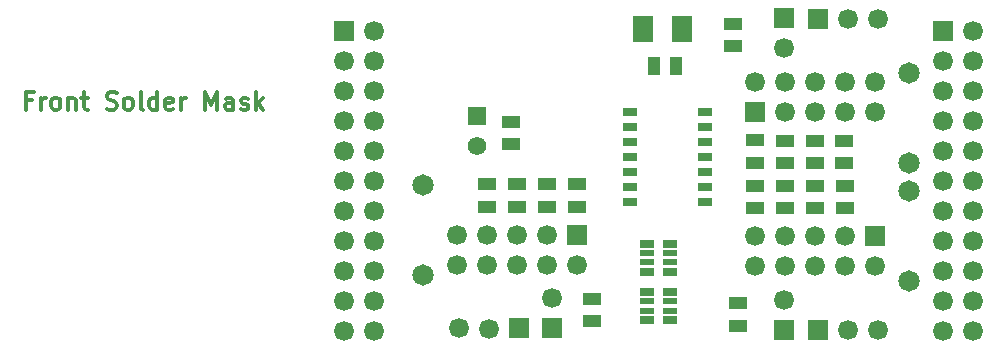
<source format=gts>
G04 (created by PCBNEW (2013-07-07 BZR 4022)-stable) date 06/11/2013 18:13:25*
%MOIN*%
G04 Gerber Fmt 3.4, Leading zero omitted, Abs format*
%FSLAX34Y34*%
G01*
G70*
G90*
G04 APERTURE LIST*
%ADD10C,0.00590551*%
%ADD11C,0.011811*%
%ADD12R,0.0412992X0.0612992*%
%ADD13R,0.0662992X0.0862992*%
%ADD14R,0.0662992X0.0662992*%
%ADD15C,0.0662992*%
%ADD16R,0.0512992X0.0262992*%
%ADD17R,0.0612992X0.0412992*%
%ADD18R,0.0612992X0.0612992*%
%ADD19C,0.0612992*%
%ADD20C,0.0712992*%
%ADD21R,0.0515748X0.0311024*%
%ADD22R,0.0515748X0.023622*%
G04 APERTURE END LIST*
G54D10*
G54D11*
X28464Y-36189D02*
X28267Y-36189D01*
X28267Y-36498D02*
X28267Y-35908D01*
X28548Y-35908D01*
X28773Y-36498D02*
X28773Y-36105D01*
X28773Y-36217D02*
X28802Y-36161D01*
X28830Y-36133D01*
X28886Y-36105D01*
X28942Y-36105D01*
X29223Y-36498D02*
X29167Y-36470D01*
X29139Y-36442D01*
X29111Y-36386D01*
X29111Y-36217D01*
X29139Y-36161D01*
X29167Y-36133D01*
X29223Y-36105D01*
X29308Y-36105D01*
X29364Y-36133D01*
X29392Y-36161D01*
X29420Y-36217D01*
X29420Y-36386D01*
X29392Y-36442D01*
X29364Y-36470D01*
X29308Y-36498D01*
X29223Y-36498D01*
X29673Y-36105D02*
X29673Y-36498D01*
X29673Y-36161D02*
X29701Y-36133D01*
X29758Y-36105D01*
X29842Y-36105D01*
X29898Y-36133D01*
X29926Y-36189D01*
X29926Y-36498D01*
X30123Y-36105D02*
X30348Y-36105D01*
X30208Y-35908D02*
X30208Y-36414D01*
X30236Y-36470D01*
X30292Y-36498D01*
X30348Y-36498D01*
X30967Y-36470D02*
X31051Y-36498D01*
X31192Y-36498D01*
X31248Y-36470D01*
X31276Y-36442D01*
X31304Y-36386D01*
X31304Y-36330D01*
X31276Y-36273D01*
X31248Y-36245D01*
X31192Y-36217D01*
X31079Y-36189D01*
X31023Y-36161D01*
X30995Y-36133D01*
X30967Y-36077D01*
X30967Y-36020D01*
X30995Y-35964D01*
X31023Y-35936D01*
X31079Y-35908D01*
X31220Y-35908D01*
X31304Y-35936D01*
X31642Y-36498D02*
X31586Y-36470D01*
X31557Y-36442D01*
X31529Y-36386D01*
X31529Y-36217D01*
X31557Y-36161D01*
X31586Y-36133D01*
X31642Y-36105D01*
X31726Y-36105D01*
X31782Y-36133D01*
X31811Y-36161D01*
X31839Y-36217D01*
X31839Y-36386D01*
X31811Y-36442D01*
X31782Y-36470D01*
X31726Y-36498D01*
X31642Y-36498D01*
X32176Y-36498D02*
X32120Y-36470D01*
X32092Y-36414D01*
X32092Y-35908D01*
X32654Y-36498D02*
X32654Y-35908D01*
X32654Y-36470D02*
X32598Y-36498D01*
X32485Y-36498D01*
X32429Y-36470D01*
X32401Y-36442D01*
X32373Y-36386D01*
X32373Y-36217D01*
X32401Y-36161D01*
X32429Y-36133D01*
X32485Y-36105D01*
X32598Y-36105D01*
X32654Y-36133D01*
X33160Y-36470D02*
X33104Y-36498D01*
X32992Y-36498D01*
X32935Y-36470D01*
X32907Y-36414D01*
X32907Y-36189D01*
X32935Y-36133D01*
X32992Y-36105D01*
X33104Y-36105D01*
X33160Y-36133D01*
X33188Y-36189D01*
X33188Y-36245D01*
X32907Y-36302D01*
X33442Y-36498D02*
X33442Y-36105D01*
X33442Y-36217D02*
X33470Y-36161D01*
X33498Y-36133D01*
X33554Y-36105D01*
X33610Y-36105D01*
X34257Y-36498D02*
X34257Y-35908D01*
X34454Y-36330D01*
X34651Y-35908D01*
X34651Y-36498D01*
X35185Y-36498D02*
X35185Y-36189D01*
X35157Y-36133D01*
X35101Y-36105D01*
X34988Y-36105D01*
X34932Y-36133D01*
X35185Y-36470D02*
X35129Y-36498D01*
X34988Y-36498D01*
X34932Y-36470D01*
X34904Y-36414D01*
X34904Y-36358D01*
X34932Y-36302D01*
X34988Y-36273D01*
X35129Y-36273D01*
X35185Y-36245D01*
X35438Y-36470D02*
X35494Y-36498D01*
X35607Y-36498D01*
X35663Y-36470D01*
X35691Y-36414D01*
X35691Y-36386D01*
X35663Y-36330D01*
X35607Y-36302D01*
X35523Y-36302D01*
X35466Y-36273D01*
X35438Y-36217D01*
X35438Y-36189D01*
X35466Y-36133D01*
X35523Y-36105D01*
X35607Y-36105D01*
X35663Y-36133D01*
X35944Y-36498D02*
X35944Y-35908D01*
X36001Y-36273D02*
X36169Y-36498D01*
X36169Y-36105D02*
X35944Y-36330D01*
G54D12*
X49951Y-35059D03*
X49201Y-35059D03*
G54D13*
X50138Y-33809D03*
X48838Y-33809D03*
G54D14*
X38870Y-33870D03*
G54D15*
X39870Y-33870D03*
X38870Y-34870D03*
X39870Y-34870D03*
X38870Y-35870D03*
X39870Y-35870D03*
X38870Y-36870D03*
X39870Y-36870D03*
X38870Y-37870D03*
X39870Y-37870D03*
X38870Y-38870D03*
X39870Y-38870D03*
X38870Y-39870D03*
X39870Y-39870D03*
X38870Y-40870D03*
X39870Y-40870D03*
X38870Y-41870D03*
X39870Y-41870D03*
X38870Y-42870D03*
X39870Y-42870D03*
X38870Y-43870D03*
X39870Y-43870D03*
G54D14*
X58850Y-33870D03*
G54D15*
X59850Y-33870D03*
X58850Y-34870D03*
X59850Y-34870D03*
X58850Y-35870D03*
X59850Y-35870D03*
X58850Y-36870D03*
X59850Y-36870D03*
X58850Y-37870D03*
X59850Y-37870D03*
X58850Y-38870D03*
X59850Y-38870D03*
X58850Y-39870D03*
X59850Y-39870D03*
X58850Y-40870D03*
X59850Y-40870D03*
X58850Y-41870D03*
X59850Y-41870D03*
X58850Y-42870D03*
X59850Y-42870D03*
X58850Y-43870D03*
X59850Y-43870D03*
G54D16*
X48394Y-36570D03*
X48394Y-37070D03*
X48394Y-37570D03*
X48394Y-38070D03*
X48394Y-38570D03*
X48394Y-39070D03*
X48394Y-39570D03*
X50894Y-39570D03*
X50894Y-39070D03*
X50894Y-38070D03*
X50894Y-37570D03*
X50894Y-37070D03*
X50894Y-36570D03*
X50894Y-38570D03*
G54D17*
X43641Y-38995D03*
X43641Y-39745D03*
X54566Y-38288D03*
X54566Y-37538D03*
X55551Y-38288D03*
X55551Y-37538D03*
X53582Y-38288D03*
X53582Y-37538D03*
X51850Y-33630D03*
X51850Y-34380D03*
X52578Y-38268D03*
X52578Y-37518D03*
X52578Y-39034D03*
X52578Y-39784D03*
X51998Y-43701D03*
X51998Y-42951D03*
X53562Y-39034D03*
X53562Y-39784D03*
X44645Y-38995D03*
X44645Y-39745D03*
X54566Y-39034D03*
X54566Y-39784D03*
X45649Y-38995D03*
X45649Y-39745D03*
X47145Y-43554D03*
X47145Y-42804D03*
X46653Y-38995D03*
X46653Y-39745D03*
X55570Y-39034D03*
X55570Y-39784D03*
X44429Y-36908D03*
X44429Y-37658D03*
G54D18*
X43307Y-36724D03*
G54D19*
X43307Y-37724D03*
G54D20*
X57696Y-38291D03*
X57696Y-35291D03*
X41496Y-39011D03*
X41496Y-42011D03*
X57716Y-39208D03*
X57716Y-42208D03*
G54D14*
X52566Y-36582D03*
G54D15*
X52566Y-35582D03*
X53566Y-36582D03*
X53566Y-35582D03*
X54566Y-36582D03*
X54566Y-35582D03*
X55566Y-36582D03*
X55566Y-35582D03*
X56566Y-36582D03*
X56566Y-35582D03*
G54D14*
X46645Y-40681D03*
G54D15*
X46645Y-41681D03*
X45645Y-40681D03*
X45645Y-41681D03*
X44645Y-40681D03*
X44645Y-41681D03*
X43645Y-40681D03*
X43645Y-41681D03*
X42645Y-40681D03*
X42645Y-41681D03*
G54D14*
X56566Y-40700D03*
G54D15*
X56566Y-41700D03*
X55566Y-40700D03*
X55566Y-41700D03*
X54566Y-40700D03*
X54566Y-41700D03*
X53566Y-40700D03*
X53566Y-41700D03*
X52566Y-40700D03*
X52566Y-41700D03*
G54D14*
X54669Y-33464D03*
G54D15*
X55669Y-33464D03*
X56669Y-33464D03*
G54D14*
X54669Y-43838D03*
G54D15*
X55669Y-43838D03*
X56669Y-43838D03*
G54D14*
X44710Y-43769D03*
G54D15*
X43710Y-43809D03*
X42710Y-43769D03*
G54D14*
X53553Y-43846D03*
G54D15*
X53553Y-42846D03*
G54D14*
X53553Y-33456D03*
G54D15*
X53553Y-34456D03*
G54D14*
X45807Y-43767D03*
G54D15*
X45807Y-42767D03*
G54D21*
X49744Y-41909D03*
G54D22*
X49744Y-41594D03*
X49744Y-41279D03*
G54D21*
X49744Y-40964D03*
X48972Y-41909D03*
G54D22*
X48972Y-41594D03*
X48972Y-41279D03*
G54D21*
X48972Y-40964D03*
X49744Y-43513D03*
G54D22*
X49744Y-43198D03*
X49744Y-42883D03*
G54D21*
X49744Y-42568D03*
X48972Y-43513D03*
G54D22*
X48972Y-43198D03*
X48972Y-42883D03*
G54D21*
X48972Y-42568D03*
M02*

</source>
